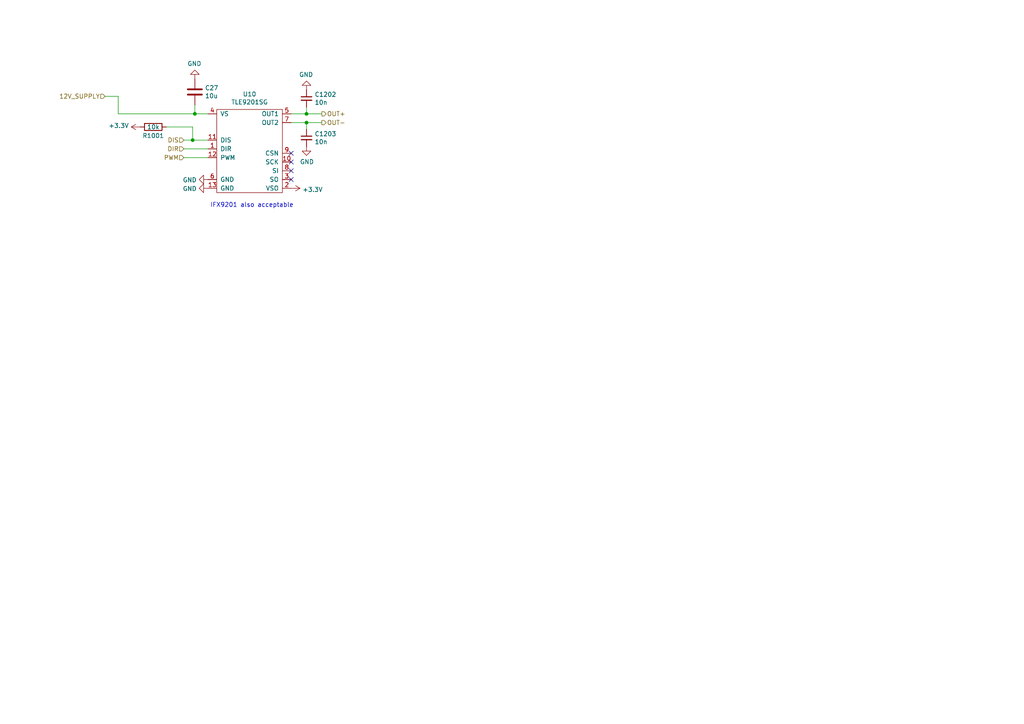
<source format=kicad_sch>
(kicad_sch (version 20211123) (generator eeschema)
  (paper "A4")
  (title_block (title "rusEfi Proteus") (date "2022-04-09") (rev "v0.7") (company "rusEFI") (comment 1 "github.com/mck1117/proteus") (comment 2 "rusefi.com/s/proteus"))
  (lib_symbols
    (symbol "Device:C" (pin_numbers hide) (pin_names (offset 0.254))
      (property "Reference" "C" (at 0.635 2.54 0))
      (property "Value" "C" (at 0.635 -2.54 0))
      (symbol "C_0_1"
        (polyline (pts (xy -2.032 -0.762) (xy 2.032 -0.762)) (stroke (width 0.508)))
        (polyline (pts (xy -2.032 0.762) (xy 2.032 0.762)) (stroke (width 0.508)))
      )
      (symbol "C_1_1"
        (pin passive line (at 0 3.81 270) (length 2.794) (name "~") (number "1"))
        (pin passive line (at 0 -3.81 90) (length 2.794) (name "~") (number "2"))
      )
    )
    (symbol "Device:C_Small" (pin_numbers hide) (pin_names (offset 0.254) hide)
      (property "Reference" "C" (at 0.254 1.778 0))
      (property "Value" "C_Small" (at 0.254 -2.032 0))
      (symbol "C_Small_0_1"
        (polyline (pts (xy -1.524 -0.508) (xy 1.524 -0.508)) (stroke (width 0.3302)))
        (polyline (pts (xy -1.524 0.508) (xy 1.524 0.508)) (stroke (width 0.3048)))
      )
      (symbol "C_Small_1_1"
        (pin passive line (at 0 2.54 270) (length 2.032) (name "~") (number "1"))
        (pin passive line (at 0 -2.54 90) (length 2.032) (name "~") (number "2"))
      )
    )
    (symbol "Device:R" (pin_numbers hide) (pin_names (offset 0))
      (property "Reference" "R" (at 2.032 0 90))
      (property "Value" "R" (at 0 0 90))
      (symbol "R_0_1"
        (rectangle (start -1.016 -2.54) (end 1.016 2.54) (stroke (width 0.254)))
      )
      (symbol "R_1_1"
        (pin passive line (at 0 3.81 270) (length 1.27) (name "~") (number "1"))
        (pin passive line (at 0 -3.81 90) (length 1.27) (name "~") (number "2"))
      )
    )
    (symbol "power:+3.3V" (power) (pin_names (offset 0))
      (property "Value" "+3.3V" (at 0 3.556 0))
      (symbol "+3.3V_0_1"
        (polyline (pts (xy -0.762 1.27) (xy 0 2.54)))
        (polyline (pts (xy 0 0) (xy 0 2.54)))
        (polyline (pts (xy 0 2.54) (xy 0.762 1.27)))
      )
      (symbol "+3.3V_1_1"
        (pin power_in line (at 0 0 90) (length 0) hide (name "+3.3V") (number "1"))
      )
    )
    (symbol "power:GND" (power) (pin_names (offset 0))
      (property "Value" "GND" (at 0 -3.81 0))
      (symbol "GND_0_1"
        (polyline (pts (xy 0 0) (xy 0 -1.27) (xy 1.27 -1.27) (xy 0 -2.54) (xy -1.27 -1.27) (xy 0 -1.27)))
      )
      (symbol "GND_1_1"
        (pin power_in line (at 0 0 270) (length 0) hide (name "GND") (number "1"))
      )
    )
    (symbol "tle9201_2:TLE9201SG" (pin_names (offset 1.016))
      (property "Reference" "U" (at -8.89 -13.97 0))
      (property "Value" "TLE9201SG" (at -3.81 12.7 0))
      (symbol "TLE9201SG_0_1"
        (rectangle (start -10.16 11.43) (end 8.89 -12.7))
      )
      (symbol "TLE9201SG_1_1"
        (pin input line (at -12.7 0 0) (length 2.54) (name "DIR") (number "1"))
        (pin input line (at 11.43 -3.81 180) (length 2.54) (name "SCK") (number "10"))
        (pin input line (at -12.7 2.54 0) (length 2.54) (name "DIS") (number "11"))
        (pin input line (at -12.7 -2.54 0) (length 2.54) (name "PWM") (number "12"))
        (pin power_in line (at -12.7 -11.43 0) (length 2.54) (name "GND") (number "13"))
        (pin power_in line (at 11.43 -11.43 180) (length 2.54) (name "VSO") (number "2"))
        (pin output line (at 11.43 -8.89 180) (length 2.54) (name "SO") (number "3"))
        (pin power_in line (at -12.7 10.16 0) (length 2.54) (name "VS") (number "4"))
        (pin power_out line (at 11.43 10.16 180) (length 2.54) (name "OUT1") (number "5"))
        (pin power_in line (at -12.7 -8.89 0) (length 2.54) (name "GND") (number "6"))
        (pin power_out line (at 11.43 7.62 180) (length 2.54) (name "OUT2") (number "7"))
        (pin input line (at 11.43 -6.35 180) (length 2.54) (name "SI") (number "8"))
        (pin input line (at 11.43 -1.27 180) (length 2.54) (name "CSN") (number "9"))
      )
    )
  )
  (junction (at 88.9 35.56))
  (junction (at 55.88 40.64))
  (junction (at 56.515 33.02))
  (junction (at 88.9 33.02))
  (no_connect (at 84.455 46.99))
  (no_connect (at 84.455 52.07))
  (no_connect (at 84.455 44.45))
  (no_connect (at 84.455 49.53))
  (wire (pts (xy 53.34 45.72) (xy 60.325 45.72)))
  (wire (pts (xy 53.34 40.64) (xy 55.88 40.64)))
  (wire (pts (xy 34.29 27.94) (xy 34.29 33.02)))
  (wire (pts (xy 55.88 36.83) (xy 55.88 40.64)))
  (wire (pts (xy 88.9 37.465) (xy 88.9 35.56)))
  (wire (pts (xy 56.515 30.48) (xy 56.515 33.02)))
  (wire (pts (xy 55.88 40.64) (xy 60.325 40.64)))
  (wire (pts (xy 53.34 43.18) (xy 60.325 43.18)))
  (wire (pts (xy 88.9 33.02) (xy 88.9 31.115)))
  (wire (pts (xy 48.26 36.83) (xy 55.88 36.83)))
  (wire (pts (xy 88.9 33.02) (xy 93.345 33.02)))
  (wire (pts (xy 34.29 33.02) (xy 56.515 33.02)))
  (wire (pts (xy 56.515 33.02) (xy 60.325 33.02)))
  (wire (pts (xy 93.345 35.56) (xy 88.9 35.56)))
  (wire (pts (xy 88.9 35.56) (xy 84.455 35.56)))
  (wire (pts (xy 30.48 27.94) (xy 34.29 27.94)))
  (wire (pts (xy 84.455 33.02) (xy 88.9 33.02)))
  (text "IFX9201 also acceptable" (at 60.96 60.325 0) (effects (font (size 1.27 1.27)) (justify left bottom)))
  (hierarchical_label "DIR" (shape input) (at 53.34 43.18 180))
  (hierarchical_label "DIS" (shape input) (at 53.34 40.64 180))
  (hierarchical_label "OUT+" (shape output) (at 93.345 33.02 0))
  (hierarchical_label "PWM" (shape input) (at 53.34 45.72 180))
  (hierarchical_label "12V_SUPPLY" (shape input) (at 30.48 27.94 180))
  (hierarchical_label "OUT-" (shape output) (at 93.345 35.56 0))
  (symbol (lib_id "power:GND") (at 60.325 52.07 270) (unit 1)
    (property "Reference" "#PWR0211" (effects hide))
    (property "Value" "GND" (at 57.0738 52.197 90) (effects (justify right)))
  )
  (symbol (lib_id "tle9201_2:TLE9201SG") (at 73.025 43.18 0) (unit 1)
    (property "Reference" "U10" (at 72.39 27.305 0))
    (property "Value" "TLE9201SG" (at 72.39 29.6164 0))
    (property "Footprint" "Package_SO:Infineon_PG-DSO-12-9" (effects hide))
    (property "PN" "TLE9201SG" (effects hide))
    (property "LCSC" "C112633" (effects hide))
    (property "LCSC_ext" "1" (effects hide))
    (property "possible_not_ext" "1" (effects hide))
  )
  (symbol (lib_id "power:GND") (at 60.325 54.61 270) (unit 1)
    (property "Reference" "#PWR0219" (effects hide))
    (property "Value" "GND" (at 57.0738 54.737 90) (effects (justify right)))
  )
  (symbol (lib_id "Device:C_Small") (at 88.9 28.575 0) (unit 1)
    (property "Reference" "C1202" (at 91.2368 27.4066 0) (effects (justify left)))
    (property "Value" "10n" (at 91.2368 29.718 0) (effects (justify left)))
    (property "Footprint" "Capacitor_SMD:C_0603_1608Metric" (effects hide))
    (property "LCSC" "C57112" (effects hide))
    (property "LCSC_ext" "0" (effects hide))
  )
  (symbol (lib_id "Device:C_Small") (at 88.9 40.005 0) (unit 1)
    (property "Reference" "C1203" (at 91.2368 38.8366 0) (effects (justify left)))
    (property "Value" "10n" (at 91.2368 41.148 0) (effects (justify left)))
    (property "Footprint" "Capacitor_SMD:C_0603_1608Metric" (effects hide))
    (property "LCSC" "C57112" (effects hide))
    (property "LCSC_ext" "0" (effects hide))
  )
  (symbol (lib_id "power:GND") (at 88.9 42.545 0) (unit 1)
    (property "Reference" "#PWR0220" (effects hide))
    (property "Value" "GND" (at 89.027 46.9392 0))
  )
  (symbol (lib_id "power:GND") (at 88.9 26.035 180) (unit 1)
    (property "Reference" "#PWR0221" (effects hide))
    (property "Value" "GND" (at 88.773 21.6408 0))
  )
  (symbol (lib_id "Device:C") (at 56.515 26.67 0) (unit 1)
    (property "Reference" "C27" (at 59.436 25.5016 0) (effects (justify left)))
    (property "Value" "10u" (at 59.436 27.813 0) (effects (justify left)))
    (property "Footprint" "Capacitor_SMD:C_1206_3216Metric" (effects hide))
    (property "LCSC" "C13585" (effects hide))
    (property "LCSC_ext" "0" (effects hide))
  )
  (symbol (lib_id "power:GND") (at 56.515 22.86 180) (unit 1)
    (property "Reference" "#PWR0222" (effects hide))
    (property "Value" "GND" (at 56.388 18.4658 0))
  )
  (symbol (lib_id "power:+3.3V") (at 84.455 54.61 270) (unit 1)
    (property "Reference" "#PWR0333" (effects hide))
    (property "Value" "+3.3V" (at 87.7062 54.991 90) (effects (justify left)))
  )
  (symbol (lib_id "Device:R") (at 44.45 36.83 270) (unit 1)
    (property "Reference" "R1001" (at 44.45 39.37 90))
    (property "Value" "10k" (at 44.45 36.83 90))
    (property "Footprint" "Resistor_SMD:R_0402_1005Metric" (effects hide))
    (property "LCSC" "C25744" (effects hide))
    (property "LCSC_ext" "0" (effects hide))
  )
  (symbol (lib_id "power:+3.3V") (at 40.64 36.83 90) (unit 1)
    (property "Reference" "#PWR0334" (effects hide))
    (property "Value" "+3.3V" (at 37.3888 36.449 90) (effects (justify left)))
  )
)
</source>
